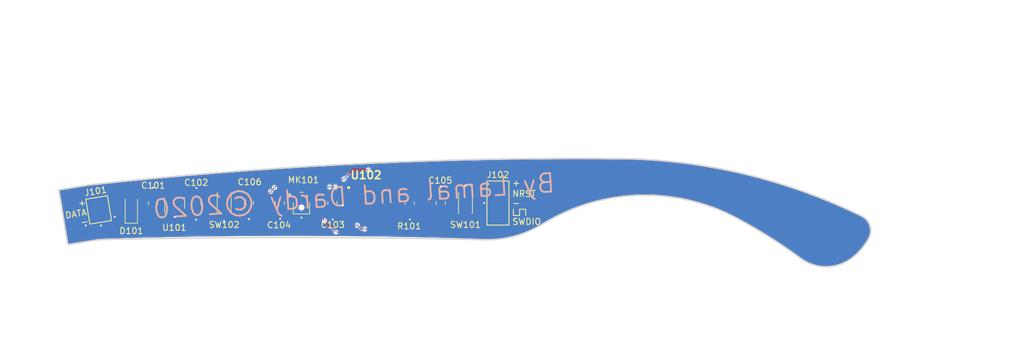
<source format=kicad_pcb>
(kicad_pcb (version 20221018) (generator pcbnew)
  (layers (0 "F.Cu" signal) (31 "B.Cu" signal) (34 "B.Paste" user) (35 "F.Paste" user) (36 "B.SilkS" user "B.Silkscreen") (37 "F.SilkS" user "F.Silkscreen") (38 "B.Mask" user) (39 "F.Mask" user) (44 "Edge.Cuts" user))
  (net 0 "")
  (net 1 "/SWCLK")
  (net 2 "GND")
  (net 3 "Net-(C101-Pad2)")
  (net 4 "+3.3V")
  (net 5 "Net-(D101-Pad2)")
  (net 6 "/NRST")
  (net 7 "/LED_DATA")
  (net 8 "/MIC_CLK")
  (net 9 "/MIC_MISO")
  (net 10 "/SWDIO")
  (net 11 "Net-(C106-Pad1)")
  (footprint "Resistor_SMD:R_0805_2012Metric_Pad1.20x1.40mm_HandSolder" (layer "F.Cu") (at 137 92 -90)
    (fp_text reference "R101" (at 3.7326 0.094) (layer "F.SilkS"))
    (fp_text value "100k, 1/16W")
    (fp_line (start -0.227064 -0.735) (end 0.227064 -0.735) (stroke (width 0.12)) (layer "F.SilkS"))
    (fp_line (start -0.227064 0.735) (end 0.227064 0.735) (stroke (width 0.12)) (layer "F.SilkS"))
    (pad "1" smd roundrect (at -1 0 270) (size 1.2 1.4) (layers "F.Cu" "F.Paste" "F.Mask") (roundrect_rratio 0.208333) (net 1 "/SWCLK"))
    (pad "2" smd roundrect (at 1 0 270) (size 1.2 1.4) (layers "F.Cu" "F.Paste" "F.Mask") (roundrect_rratio 0.208333) (net 2 "GND"))
  )
  (footprint "Package_TO_SOT_SMD:SOT-23-5_HandSoldering" (layer "F.Cu") (at 99 92 90)
    (fp_text reference "U101" (at -3.9612 -0.0416 180) (layer "F.SilkS"))
    (fp_text value "MIC5504-3.3YM5")
    (fp_line (start -0.9 1.61) (end 0.9 1.61) (stroke (width 0.12)) (layer "F.SilkS"))
    (fp_line (start 0.9 -1.61) (end -1.55 -1.61) (stroke (width 0.12)) (layer "F.SilkS"))
    (pad "1" smd rect (at -1.35 -0.95 90) (size 1.56 0.65) (layers "F.Cu" "F.Paste" "F.Mask") (net 3 "Net-(C101-Pad2)"))
    (pad "2" smd rect (at -1.35 0 90) (size 1.56 0.65) (layers "F.Cu" "F.Paste" "F.Mask") (net 2 "GND"))
    (pad "3" smd rect (at -1.35 0.95 90) (size 1.56 0.65) (layers "F.Cu" "F.Paste" "F.Mask") (net 3 "Net-(C101-Pad2)"))
    (pad "4" smd rect (at 1.35 0.95 90) (size 1.56 0.65) (layers "F.Cu" "F.Paste" "F.Mask"))
    (pad "5" smd rect (at 1.35 -0.95 90) (size 1.56 0.65) (layers "F.Cu" "F.Paste" "F.Mask") (net 4 "+3.3V"))
  )
  (footprint "Diode_SMD:D_SOD-123" (layer "F.Cu") (at 92 93 90)
    (fp_text reference "D101" (at -3.5 0 180) (layer "F.SilkS"))
    (fp_text value "MBR0520LT1G")
    (fp_line (start -2.25 -1) (end -2.25 1) (stroke (width 0.12)) (layer "F.SilkS"))
    (fp_line (start -2.25 -1) (end 1.65 -1) (stroke (width 0.12)) (layer "F.SilkS"))
    (fp_line (start -2.25 1) (end 1.65 1) (stroke (width 0.12)) (layer "F.SilkS"))
    (pad "1" smd rect (at -1.65 0 90) (size 0.9 1.2) (layers "F.Cu" "F.Paste" "F.Mask") (net 3 "Net-(C101-Pad2)"))
    (pad "2" smd rect (at 1.65 0 90) (size 0.9 1.2) (layers "F.Cu" "F.Paste" "F.Mask") (net 5 "Net-(D101-Pad2)"))
  )
  (footprint "Capacitor_SMD:C_0805_2012Metric_Pad1.18x1.45mm_HandSolder" (layer "F.Cu") (at 102.5 92 90)
    (fp_text reference "C102" (at 3.3032 -0.011 180) (layer "F.SilkS"))
    (fp_text value "4u7, 25V")
    (fp_line (start -0.261252 -0.735) (end 0.261252 -0.735) (stroke (width 0.12)) (layer "F.SilkS"))
    (fp_line (start -0.261252 0.735) (end 0.261252 0.735) (stroke (width 0.12)) (layer "F.SilkS"))
    (pad "1" smd roundrect (at -1.0375 0 90) (size 1.175 1.45) (layers "F.Cu" "F.Paste" "F.Mask") (roundrect_rratio 0.212766) (net 2 "GND"))
    (pad "2" smd roundrect (at 1.0375 0 90) (size 1.175 1.45) (layers "F.Cu" "F.Paste" "F.Mask") (roundrect_rratio 0.212766) (net 4 "+3.3V"))
  )
  (footprint "Capacitor_SMD:C_0805_2012Metric_Pad1.18x1.45mm_HandSolder" (layer "F.Cu") (at 124.5 92 90)
    (fp_text reference "C103" (at -3.504 0.0616 180) (layer "F.SilkS"))
    (fp_text value "100n, 25V")
    (fp_line (start -0.261252 -0.735) (end 0.261252 -0.735) (stroke (width 0.12)) (layer "F.SilkS"))
    (fp_line (start -0.261252 0.735) (end 0.261252 0.735) (stroke (width 0.12)) (layer "F.SilkS"))
    (pad "1" smd roundrect (at -1.0375 0 90) (size 1.175 1.45) (layers "F.Cu" "F.Paste" "F.Mask") (roundrect_rratio 0.212766) (net 2 "GND"))
    (pad "2" smd roundrect (at 1.0375 0 90) (size 1.175 1.45) (layers "F.Cu" "F.Paste" "F.Mask") (roundrect_rratio 0.212766) (net 4 "+3.3V"))
  )
  (footprint "Capacitor_SMD:C_0805_2012Metric_Pad1.18x1.45mm_HandSolder" (layer "F.Cu") (at 116 92 -90)
    (fp_text reference "C104" (at 3.5548 0.1252) (layer "F.SilkS"))
    (fp_text value "100n, 25V")
    (fp_line (start -0.261252 -0.735) (end 0.261252 -0.735) (stroke (width 0.12)) (layer "F.SilkS"))
    (fp_line (start -0.261252 0.735) (end 0.261252 0.735) (stroke (width 0.12)) (layer "F.SilkS"))
    (pad "1" smd roundrect (at -1.0375 0 270) (size 1.175 1.45) (layers "F.Cu" "F.Paste" "F.Mask") (roundrect_rratio 0.212766) (net 4 "+3.3V"))
    (pad "2" smd roundrect (at 1.0375 0 270) (size 1.175 1.45) (layers "F.Cu" "F.Paste" "F.Mask") (roundrect_rratio 0.212766) (net 2 "GND"))
  )
  (footprint "Capacitor_SMD:C_0805_2012Metric_Pad1.18x1.45mm_HandSolder" (layer "F.Cu") (at 142 92 90)
    (fp_text reference "C105" (at 3.6588 -0.0648 180) (layer "F.SilkS"))
    (fp_text value "100n, 25V")
    (fp_line (start -0.261252 -0.735) (end 0.261252 -0.735) (stroke (width 0.12)) (layer "F.SilkS"))
    (fp_line (start -0.261252 0.735) (end 0.261252 0.735) (stroke (width 0.12)) (layer "F.SilkS"))
    (pad "1" smd roundrect (at -1.0375 0 90) (size 1.175 1.45) (layers "F.Cu" "F.Paste" "F.Mask") (roundrect_rratio 0.212766) (net 6 "/NRST"))
    (pad "2" smd roundrect (at 1.0375 0 90) (size 1.175 1.45) (layers "F.Cu" "F.Paste" "F.Mask") (roundrect_rratio 0.212766) (net 2 "GND"))
  )
  (footprint "rave_shades:QFN50P500X500X60-33N-D" (layer "F.Cu") (at 130 92)
    (fp_text reference "U102" (at -0.0536 -4.5224) (layer "F.SilkS") (effects (font (size 1.27 1.27) (thickness 0.254))))
    (fp_text value "STM32G071KBU6" hide)
    (fp_circle (center -2.875 -2.5) (end -2.875 -2.375) (stroke (width 0.25)) (fill none) (layer "F.SilkS"))
    (pad "1" smd rect (at -2.45 -1.75 90) (size 0.25 0.85) (layers "F.Cu" "F.Paste" "F.Mask") (net 11 "Net-(C106-Pad1)"))
    (pad "2" smd rect (at -2.45 -1.25 90) (size 0.25 0.85) (layers "F.Cu" "F.Paste" "F.Mask"))
    (pad "3" smd rect (at -2.45 -0.75 90) (size 0.25 0.85) (layers "F.Cu" "F.Paste" "F.Mask"))
    (pad "4" smd rect (at -2.45 -0.25 90) (size 0.25 0.85) (layers "F.Cu" "F.Paste" "F.Mask") (net 4 "+3.3V"))
    (pad "5" smd rect (at -2.45 0.25 90) (size 0.25 0.85) (layers "F.Cu" "F.Paste" "F.Mask") (net 2 "GND"))
    (pad "6" smd rect (at -2.45 0.75 90) (size 0.25 0.85) (layers "F.Cu" "F.Paste" "F.Mask") (net 6 "/NRST"))
    (pad "7" smd rect (at -2.45 1.25 90) (size 0.25 0.85) (layers "F.Cu" "F.Paste" "F.Mask"))
    (pad "8" smd rect (at -2.45 1.75 90) (size 0.25 0.85) (layers "F.Cu" "F.Paste" "F.Mask"))
    (pad "9" smd rect (at -1.75 2.45) (size 0.25 0.85) (layers "F.Cu" "F.Paste" "F.Mask"))
    (pad "10" smd rect (at -1.25 2.45) (size 0.25 0.85) (layers "F.Cu" "F.Paste" "F.Mask"))
    (pad "11" smd rect (at -0.75 2.45) (size 0.25 0.85) (layers "F.Cu" "F.Paste" "F.Mask"))
    (pad "12" smd rect (at -0.25 2.45) (size 0.25 0.85) (layers "F.Cu" "F.Paste" "F.Mask") (net 8 "/MIC_CLK"))
    (pad "13" smd rect (at 0.25 2.45) (size 0.25 0.85) (layers "F.Cu" "F.Paste" "F.Mask") (net 9 "/MIC_MISO"))
    (pad "14" smd rect (at 0.75 2.45) (size 0.25 0.85) (layers "F.Cu" "F.Paste" "F.Mask"))
    (pad "15" smd rect (at 1.25 2.45) (size 0.25 0.85) (layers "F.Cu" "F.Paste" "F.Mask"))
    (pad "16" smd rect (at 1.75 2.45) (size 0.25 0.85) (layers "F.Cu" "F.Paste" "F.Mask"))
    (pad "17" smd rect (at 2.45 1.75 90) (size 0.25 0.85) (layers "F.Cu" "F.Paste" "F.Mask"))
    (pad "18" smd rect (at 2.45 1.25 90) (size 0.25 0.85) (layers "F.Cu" "F.Paste" "F.Mask"))
    (pad "19" smd rect (at 2.45 0.75 90) (size 0.25 0.85) (layers "F.Cu" "F.Paste" "F.Mask"))
    (pad "20" smd rect (at 2.45 0.25 90) (size 0.25 0.85) (layers "F.Cu" "F.Paste" "F.Mask"))
    (pad "21" smd rect (at 2.45 -0.25 90) (size 0.25 0.85) (layers "F.Cu" "F.Paste" "F.Mask"))
    (pad "22" smd rect (at 2.45 -0.75 90) (size 0.25 0.85) (layers "F.Cu" "F.Paste" "F.Mask"))
    (pad "23" smd rect (at 2.45 -1.25 90) (size 0.25 0.85) (layers "F.Cu" "F.Paste" "F.Mask"))
    (pad "24" smd rect (at 2.45 -1.75 90) (size 0.25 0.85) (layers "F.Cu" "F.Paste" "F.Mask") (net 10 "/SWDIO"))
    (pad "25" smd rect (at 1.75 -2.45) (size 0.25 0.85) (layers "F.Cu" "F.Paste" "F.Mask") (net 1 "/SWCLK"))
    (pad "26" smd rect (at 1.25 -2.45) (size 0.25 0.85) (layers "F.Cu" "F.Paste" "F.Mask"))
    (pad "27" smd rect (at 0.75 -2.45) (size 0.25 0.85) (layers "F.Cu" "F.Paste" "F.Mask"))
    (pad "28" smd rect (at 0.25 -2.45) (size 0.25 0.85) (layers "F.Cu" "F.Paste" "F.Mask"))
    (pad "29" smd rect (at -0.25 -2.45) (size 0.25 0.85) (layers "F.Cu" "F.Paste" "F.Mask"))
    (pad "30" smd rect (at -0.75 -2.45) (size 0.25 0.85) (layers "F.Cu" "F.Paste" "F.Mask"))
    (pad "31" smd rect (at -1.25 -2.45) (size 0.25 0.85) (layers "F.Cu" "F.Paste" "F.Mask") (net 7 "/LED_DATA"))
    (pad "32" smd rect (at -1.75 -2.45) (size 0.25 0.85) (layers "F.Cu" "F.Paste" "F.Mask"))
    (pad "33" smd rect (at 0 0) (size 3.6 3.6) (layers "F.Cu" "F.Paste" "F.Mask") (net 2 "GND"))
  )
  (footprint "Capacitor_SMD:C_0805_2012Metric_Pad1.18x1.45mm_HandSolder" (layer "F.Cu") (at 95.5 92 -90)
    (fp_text reference "C101" (at -2.846 -0.0294) (layer "F.SilkS"))
    (fp_text value "4u7, 25V")
    (fp_line (start -0.261252 -0.735) (end 0.261252 -0.735) (stroke (width 0.12)) (layer "F.SilkS"))
    (fp_line (start -0.261252 0.735) (end 0.261252 0.735) (stroke (width 0.12)) (layer "F.SilkS"))
    (pad "1" smd roundrect (at -1.0375 0 270) (size 1.175 1.45) (layers "F.Cu" "F.Paste" "F.Mask") (roundrect_rratio 0.212766) (net 2 "GND"))
    (pad "2" smd roundrect (at 1.0375 0 270) (size 1.175 1.45) (layers "F.Cu" "F.Paste" "F.Mask") (roundrect_rratio 0.212766) (net 3 "Net-(C101-Pad2)"))
  )
  (footprint "Button_Switch_SMD:SW_SPST_CK_KXT3" (layer "F.Cu") (at 146 92 -90)
    (fp_text reference "SW101" (at 3.5 0) (layer "F.SilkS"))
    (fp_text value "Push Button")
    (fp_line (start -1.62 -1.12) (end -1.62 -1.02) (stroke (width 0.12)) (layer "F.SilkS"))
    (fp_line (start -1.62 -1.12) (end 1.62 -1.12) (stroke (width 0.12)) (layer "F.SilkS"))
    (fp_line (start -1.62 1.02) (end -1.62 1.12) (stroke (width 0.12)) (layer "F.SilkS"))
    (fp_line (start -1.62 1.12) (end 1.62 1.12) (stroke (width 0.12)) (layer "F.SilkS"))
    (fp_line (start 1.62 -1.12) (end 1.62 -1.02) (stroke (width 0.12)) (layer "F.SilkS"))
    (fp_line (start 1.62 1.02) (end 1.62 1.12) (stroke (width 0.12)) (layer "F.SilkS"))
    (pad "1" smd rect (at -1.625 0 270) (size 0.55 1.5) (layers "F.Cu" "F.Paste" "F.Mask") (net 2 "GND"))
    (pad "2" smd rect (at 1.625 0 270) (size 0.55 1.5) (layers "F.Cu" "F.Paste" "F.Mask") (net 6 "/NRST"))
  )
  (footprint "Capacitor_SMD:C_0805_2012Metric_Pad1.18x1.45mm_HandSolder" (layer "F.Cu") (at 111 92 -90)
    (fp_text reference "C106" (at -3.4048 -0.125) (layer "F.SilkS"))
    (fp_text value "100n, 25V")
    (fp_line (start -0.261252 -0.735) (end 0.261252 -0.735) (stroke (width 0.12)) (layer "F.SilkS"))
    (fp_line (start -0.261252 0.735) (end 0.261252 0.735) (stroke (width 0.12)) (layer "F.SilkS"))
    (pad "1" smd roundrect (at -1.0375 0 270) (size 1.175 1.45) (layers "F.Cu" "F.Paste" "F.Mask") (roundrect_rratio 0.212766) (net 11 "Net-(C106-Pad1)"))
    (pad "2" smd roundrect (at 1.0375 0 270) (size 1.175 1.45) (layers "F.Cu" "F.Paste" "F.Mask") (roundrect_rratio 0.212766) (net 2 "GND"))
  )
  (footprint "Button_Switch_SMD:SW_SPST_CK_KXT3" (layer "F.Cu") (at 107 92 90)
    (fp_text reference "SW102" (at -3.5 0 180) (layer "F.SilkS"))
    (fp_text value "Push Button")
    (fp_line (start -1.62 -1.12) (end -1.62 -1.02) (stroke (width 0.12)) (layer "F.SilkS"))
    (fp_line (start -1.62 -1.12) (end 1.62 -1.12) (stroke (width 0.12)) (layer "F.SilkS"))
    (fp_line (start -1.62 1.02) (end -1.62 1.12) (stroke (width 0.12)) (layer "F.SilkS"))
    (fp_line (start -1.62 1.12) (end 1.62 1.12) (stroke (width 0.12)) (layer "F.SilkS"))
    (fp_line (start 1.62 -1.12) (end 1.62 -1.02) (stroke (width 0.12)) (layer "F.SilkS"))
    (fp_line (start 1.62 1.02) (end 1.62 1.12) (stroke (width 0.12)) (layer "F.SilkS"))
    (pad "1" smd rect (at -1.625 0 90) (size 0.55 1.5) (layers "F.Cu" "F.Paste" "F.Mask") (net 2 "GND"))
    (pad "2" smd rect (at 1.625 0 90) (size 0.55 1.5) (layers "F.Cu" "F.Paste" "F.Mask") (net 11 "Net-(C106-Pad1)"))
  )
  (footprint "rave_shades:MIC_SPH0641LM4H-1" (layer "F.Cu") (at 119.5 92)
    (fp_text reference "MK101" (at 0.3118 -3.735) (layer "F.SilkS"))
    (fp_text value "SPH0641LM4H-1")
    (fp_circle (center 0 0.71) (end 0.6625 0.71) (stroke (width 0.3)) (fill none) (layer "F.Cu"))
    (fp_line (start -1.325 -0.05) (end -1.325 1.75) (stroke (width 0.127)) (layer "F.SilkS"))
    (fp_line (start -1.325 1.75) (end 1.325 1.75) (stroke (width 0.127)) (layer "F.SilkS"))
    (fp_line (start 0.3 -1.75) (end -0.3 -1.75) (stroke (width 0.127)) (layer "F.SilkS"))
    (fp_line (start 1.325 1.75) (end 1.325 -0.05) (stroke (width 0.127)) (layer "F.SilkS"))
    (fp_circle (center -1.9 -1.377) (end -1.8 -1.377) (stroke (width 0.2)) (fill none) (layer "F.SilkS"))
    (pad "" np_thru_hole circle (at 0 0.71) (size 0.5 0.5) (drill 0.5) (layers "*.Cu" "*.Mask"))
    (pad "1" smd rect (at -0.8375 -1.364) (size 0.725 0.522) (layers "F.Cu" "F.Paste" "F.Mask") (net 9 "/MIC_MISO"))
    (pad "2" smd rect (at -0.8375 -0.542) (size 0.725 0.522) (layers "F.Cu" "F.Paste" "F.Mask") (net 4 "+3.3V"))
    (pad "3" smd rect (at -0.6575 0.715) (size 0.1 0.1) (layers "F.Cu") (net 2 "GND"))
    (pad "4" smd rect (at 0.8375 -0.542) (size 0.725 0.522) (layers "F.Cu" "F.Paste" "F.Mask") (net 8 "/MIC_CLK"))
    (pad "5" smd rect (at 0.8375 -1.364) (size 0.725 0.522) (layers "F.Cu" "F.Paste" "F.Mask") (net 4 "+3.3V"))
  )
  (footprint "rave_shades:PinHeader_1x05_P1.00mm_Vertical_SMD_Pin1Left_CUSTOM" (layer "F.Cu") (at 151.25 90.984)
    (fp_text reference "J102" (at 0 -3.556) (layer "F.SilkS"))
    (fp_text value "SWD")
    (fp_line (start -1.778 -2.54) (end -1.778 4.572) (stroke (width 0.15)) (layer "F.SilkS"))
    (fp_line (start -1.778 4.572) (end 1.778 4.572) (stroke (width 0.15)) (layer "F.SilkS"))
    (fp_line (start 1.778 -2.54) (end -1.778 -2.54) (stroke (width 0.15)) (layer "F.SilkS"))
    (fp_line (start 1.778 4.572) (end 1.778 -2.54) (stroke (width 0.15)) (layer "F.SilkS"))
    (pad "1" smd rect (at 0 -2.032) (size 3 0.6) (layers "F.Cu" "F.Paste" "F.Mask") (net 4 "+3.3V"))
    (pad "2" smd rect (at 0 -0.508) (size 3 0.6) (layers "F.Cu" "F.Paste" "F.Mask") (net 6 "/NRST"))
    (pad "3" smd rect (at 0 1.016) (size 3 0.6) (layers "F.Cu" "F.Paste" "F.Mask") (net 2 "GND"))
    (pad "4" smd rect (at 0 2.54) (size 3 0.6) (layers "F.Cu" "F.Paste" "F.Mask") (net 1 "/SWCLK"))
    (pad "5" smd rect (at 0 4.064) (size 3 0.6) (layers "F.Cu" "F.Paste" "F.Mask") (net 10 "/SWDIO"))
  )
  (footprint "rave_shades:PinHeader_1x03_P1.00mm_Vertical_SMD_Pin1Left_CUSTOM" (layer "F.Cu") (at 86.8 93.6 9.25)
    (fp_text reference "J101" (at 0 -3.556 9.25) (layer "F.SilkS"))
    (fp_text value "Front Connector")
    (fp_line (start -1.778 -2.54) (end -1.778 1.524) (stroke (width 0.15)) (layer "F.SilkS"))
    (fp_line (start -1.778 1.524) (end 1.778 1.524) (stroke (width 0.15)) (layer "F.SilkS"))
    (fp_line (start 1.778 -2.54) (end -1.778 -2.54) (stroke (width 0.15)) (layer "F.SilkS"))
    (fp_line (start 1.778 1.524) (end 1.778 -2.54) (stroke (width 0.15)) (layer "F.SilkS"))
    (pad "1" smd rect (at 0 -2.032 9.25) (size 3 0.6) (layers "F.Cu" "F.Paste" "F.Mask") (net 5 "Net-(D101-Pad2)"))
    (pad "2" smd rect (at 0 -0.508 9.25) (size 3 0.6) (layers "F.Cu" "F.Paste" "F.Mask") (net 7 "/LED_DATA"))
    (pad "3" smd rect (at 0 1.016 9.25) (size 3 0.6) (layers "F.Cu" "F.Paste" "F.Mask") (net 2 "GND"))
  )
  (gr_line (start 153.75 94) (end 154.75 94) (stroke (width 0.15)) (layer "F.SilkS"))
  (gr_line (start 153.75 93) (end 153.75 94) (stroke (width 0.15)) (layer "F.SilkS"))
  (gr_line (start 155.75 93) (end 155.75 94) (stroke (width 0.15)) (layer "F.SilkS"))
  (gr_line (start 154.75 93) (end 155.75 93) (stroke (width 0.15)) (layer "F.SilkS"))
  (gr_line (start 154.75 94) (end 154.75 93) (stroke (width 0.15)) (layer "F.SilkS"))
  (gr_arc (start 208.851097 100.601992) (mid 204.573679 102.301569) (end 200.172035 100.956062) (stroke (width 0.2)) (layer "Edge.Cuts"))
  (gr_arc (start 189.793892 94.427945) (mid 195.101515 97.503534) (end 200.172035 100.956062) (stroke (width 0.2)) (layer "Edge.Cuts"))
  (gr_arc (start 211.173549 97.760534) (mid 210.133322 99.280163) (end 208.851095 100.601995) (stroke (width 0.2)) (layer "Edge.Cuts"))
  (gr_line (start 81.716272 98.733022) (end 86.705994 97.92287) (stroke (width 0.2)) (layer "Edge.Cuts"))
  (gr_arc (start 171.953153 84.817105) (mid 191.494793 87.376657) (end 210.031201 94.072074) (stroke (width 0.2)) (layer "Edge.Cuts"))
  (gr_arc (start 85.258003 89.038827) (mid 128.542839 85.639602) (end 171.953151 84.817106) (stroke (width 0.2)) (layer "Edge.Cuts"))
  (gr_line (start 80.27165 89.84972) (end 81.716272 98.733022) (stroke (width 0.2)) (layer "Edge.Cuts"))
  (gr_arc (start 158.475059 95.411837) (mid 153.985544 97.351322) (end 149.130166 97.936693) (stroke (width 0.2)) (layer "Edge.Cuts"))
  (gr_arc (start 211.483 96.025455) (mid 211.476662 96.919458) (end 211.17355 97.760532) (stroke (width 0.2)) (layer "Edge.Cuts"))
  (gr_arc (start 210.0312 94.072075) (mid 210.994474 94.872344) (end 211.482998 96.025458) (stroke (width 0.2)) (layer "Edge.Cuts"))
  (gr_line (start 85.258002 89.038827) (end 80.27165 89.84972) (stroke (width 0.2)) (layer "Edge.Cuts"))
  (gr_arc (start 86.705994 97.92287) (mid 117.918162 97.559917) (end 149.130166 97.936693) (stroke (width 0.2)) (layer "Edge.Cuts"))
  (gr_arc (start 158.47506 95.411842) (mid 174.00353 90.751763) (end 189.793887 94.427946) (stroke (width 0.2)) (layer "Edge.Cuts"))
  (gr_text "By Lamal and Dardy ©2020" (at 127.975 90.875 3.8) (layer "B.SilkS") (effects (font (size 3 3) (thickness 0.3)) (justify mirror)))
  (gr_text "SWDIO" (at 153.5 95) (layer "F.SilkS") (effects (font (size 1 1)) (justify left)))
  (gr_text "DATA" (at 84.875 93.45 9.2) (layer "F.SilkS") (effects (font (size 1 1)) (justify right)))
  (gr_text "+" (at 84.75 91.85 9.2) (layer "F.SilkS") (effects (font (size 1 1)) (justify right)))
  (gr_text "-" (at 85.15 94.9 9.2) (layer "F.SilkS") (effects (font (size 1 1)) (justify right)))
  (gr_text "-" (at 153.5 92) (layer "F.SilkS") (effects (font (size 1 1)) (justify left)))
  (gr_text "+" (at 153.5 88.75) (layer "F.SilkS") (effects (font (size 1 1)) (justify left)))
  (gr_text "NRST" (at 153.5 90.5) (layer "F.SilkS") (effects (font (size 1 1)) (justify left)))
  (segment (start 149.3 93.5) (end 151.25 93.5) (width 0.15) (layer "F.Cu") (net 1))
  (segment (start 147.274999 88.149999) (end 148.6 89.475) (width 0.15) (layer "F.Cu") (net 1))
  (segment (start 138.575 90.975) (end 141.400001 88.149999) (width 0.15) (layer "F.Cu") (net 1))
  (segment (start 133.1 88.175) (end 135.9 90.975) (width 0.15) (layer "F.Cu") (net 1))
  (segment (start 148.6 89.475) (end 148.6 92.8) (width 0.15) (layer "F.Cu") (net 1))
  (segment (start 141.400001 88.149999) (end 147.274999 88.149999) (width 0.15) (layer "F.Cu") (net 1))
  (segment (start 135.9 90.975) (end 137 90.975) (width 0.15) (layer "F.Cu") (net 1))
  (segment (start 148.6 92.8) (end 149.3 93.5) (width 0.15) (layer "F.Cu") (net 1))
  (segment (start 131.75 88.675) (end 132.25 88.175) (width 0.15) (layer "F.Cu") (net 1))
  (segment (start 132.25 88.175) (end 133.1 88.175) (width 0.15) (layer "F.Cu") (net 1))
  (segment (start 131.75 89.55) (end 131.75 88.675) (width 0.15) (layer "F.Cu") (net 1))
  (segment (start 137 90.975) (end 138.575 90.975) (width 0.15) (layer "F.Cu") (net 1))
  (segment (start 119.5 93.375) (end 119.5 94.35) (width 0.2) (layer "F.Cu") (net 2))
  (segment (start 120.175 92.7) (end 121.35 92.7) (width 0.2) (layer "F.Cu") (net 2))
  (segment (start 118.8425 92.715) (end 117.665 92.715) (width 0.2) (layer "F.Cu") (net 2))
  (segment (start 127.55 92.25) (end 128.525 92.25) (width 0.25) (layer "F.Cu") (net 2))
  (segment (start 99 93.1) (end 99 94.25) (width 0.25) (layer "F.Cu") (net 2))
  (via (at 89.3 94.225) (size 0.45) (drill 0.3) (layers "F.Cu" "B.Cu") (net 2))
  (via (at 95.525 89.5) (size 0.45) (drill 0.3) (layers "F.Cu" "B.Cu") (net 2))
  (via (at 126.15 92.35) (size 0.45) (drill 0.3) (layers "F.Cu" "B.Cu") (net 2))
  (via (at 149.05001 91.975) (size 0.45) (drill 0.3) (layers "F.Cu" "B.Cu") (net 2))
  (via (at 119.5 94.35) (size 0.45) (drill 0.3) (layers "F.Cu" "B.Cu") (net 2))
  (via (at 111 94.575) (size 0.45) (drill 0.3) (layers "F.Cu" "B.Cu") (net 2))
  (via (at 84.625 95.625) (size 0.45) (drill 0.3) (layers "F.Cu" "B.Cu") (net 2))
  (via (at 124.55 94.65) (size 0.45) (drill 0.3) (layers "F.Cu" "B.Cu") (net 2))
  (via (at 116.05 94.525) (size 0.45) (drill 0.3) (layers "F.Cu" "B.Cu") (net 2))
  (via (at 142 89.3) (size 0.45) (drill 0.3) (layers "F.Cu" "B.Cu") (net 2))
  (via (at 137.025 94.65) (size 0.45) (drill 0.3) (layers "F.Cu" "B.Cu") (net 2))
  (via (at 102.525 89.55) (size 0.45) (drill 0.3) (layers "F.Cu" "B.Cu") (net 2))
  (via (at 87.1 95.625) (size 0.45) (drill 0.3) (layers "F.Cu" "B.Cu") (net 2))
  (via (at 106.975 94.875) (size 0.45) (drill 0.3) (layers "F.Cu" "B.Cu") (net 2))
  (via (at 99 94.25) (size 0.45) (drill 0.3) (layers "F.Cu" "B.Cu") (net 2))
  (via (at 102.475 94.675) (size 0.45) (drill 0.3) (layers "F.Cu" "B.Cu") (net 2))
  (via (at 146 89.175) (size 0.45) (drill 0.3) (layers "F.Cu" "B.Cu") (net 2))
  (segment (start 92 94.65) (end 93.875 94.65) (width 0.15) (layer "F.Cu") (net 3))
  (segment (start 99.95 92.42) (end 99.95 93.1) (width 0.15) (layer "F.Cu") (net 3))
  (segment (start 95.575 93.1) (end 98.05 93.1) (width 0.15) (layer "F.Cu") (net 3))
  (segment (start 98.05 93.1) (end 98.05 92.42) (width 0.15) (layer "F.Cu") (net 3))
  (segment (start 99.43 91.9) (end 99.95 92.42) (width 0.15) (layer "F.Cu") (net 3))
  (segment (start 98.57 91.9) (end 99.43 91.9) (width 0.15) (layer "F.Cu") (net 3))
  (segment (start 93.875 94.65) (end 95.5 93.025) (width 0.15) (layer "F.Cu") (net 3))
  (segment (start 98.05 92.42) (end 98.57 91.9) (width 0.15) (layer "F.Cu") (net 3))
  (segment (start 116 90.975) (end 116.8 90.975) (width 0.15) (layer "F.Cu") (net 4))
  (segment (start 98.05 90.12) (end 98.595 89.575) (width 0.15) (layer "F.Cu") (net 4))
  (segment (start 101.1 89.575) (end 102.5 90.975) (width 0.15) (layer "F.Cu") (net 4))
  (segment (start 104.24999 89.22501) (end 114.25001 89.22501) (width 0.15) (layer "F.Cu") (net 4))
  (segment (start 130.3 86.65) (end 147.125 86.65) (width 0.15) (layer "F.Cu") (net 4))
  (segment (start 119.308998 91.458) (end 120.130998 90.636) (width 0.15) (layer "F.Cu") (net 4))
  (segment (start 117.283 91.458) (end 118.6625 91.458) (width 0.15) (layer "F.Cu") (net 4))
  (segment (start 124.5 90.975) (end 124.5 88.906802) (width 0.15) (layer "F.Cu") (net 4))
  (segment (start 124.5 88.906802) (end 123.718198 88.125) (width 0.15) (layer "F.Cu") (net 4))
  (segment (start 125.275 91.75) (end 127.55 91.75) (width 0.15) (layer "F.Cu") (net 4))
  (segment (start 151.25 88.95) (end 149.425 88.95) (width 0.15) (layer "F.Cu") (net 4))
  (segment (start 114.25001 89.22501) (end 116 90.975) (width 0.15) (layer "F.Cu") (net 4))
  (segment (start 102.5 90.975) (end 104.24999 89.22501) (width 0.15) (layer "F.Cu") (net 4))
  (segment (start 149.425 88.95) (end 147.125 86.65) (width 0.15) (layer "F.Cu") (net 4))
  (segment (start 124.5 90.975) (end 125.275 91.75) (width 0.15) (layer "F.Cu") (net 4))
  (segment (start 114.25001 89.22501) (end 115.35002 88.125) (width 0.15) (layer "F.Cu") (net 4))
  (segment (start 116.8 90.975) (end 117.283 91.458) (width 0.15) (layer "F.Cu") (net 4))
  (segment (start 115.35002 88.125) (end 126.35 88.125) (width 0.15) (layer "F.Cu") (net 4))
  (segment (start 98.595 89.575) (end 101.1 89.575) (width 0.15) (layer "F.Cu") (net 4))
  (segment (start 118.6625 91.458) (end 119.308998 91.458) (width 0.15) (layer "F.Cu") (net 4))
  (via (at 126.35 88.125) (size 0.45) (drill 0.3) (layers "F.Cu" "B.Cu") (net 4))
  (via (at 130.3 86.65) (size 0.45) (drill 0.3) (layers "F.Cu" "B.Cu") (net 4))
  (segment (start 126.35 88.125) (end 127.825 86.65) (width 0.15) (layer "B.Cu") (net 4))
  (segment (start 130.3 86.65) (end 127.825 86.65) (width 0.15) (layer "B.Cu") (net 4))
  (segment (start 92 91.35) (end 87.225 91.35) (width 0.15) (layer "F.Cu") (net 5))
  (segment (start 144.2 93.625) (end 146 93.625) (width 0.15) (layer "F.Cu") (net 6))
  (segment (start 128.531801 95.606801) (end 126.706801 95.606801) (width 0.15) (layer "F.Cu") (net 6))
  (segment (start 152.825 96.65) (end 149.925 96.65) (width 0.15) (layer "F.Cu") (net 6))
  (segment (start 153.975 95.5) (end 152.825 96.65) (width 0.15) (layer "F.Cu") (net 6))
  (segment (start 140.925 93.025) (end 137.744301 96.205699) (width 0.15) (layer "F.Cu") (net 6))
  (segment (start 126.075 93.47) (end 126.795 92.75) (width 0.15) (layer "F.Cu") (net 6))
  (segment (start 151.25 90.476) (end 152.9 90.476) (width 0.15) (layer "F.Cu") (net 6))
  (segment (start 149.925 96.65) (end 146.9 93.625) (width 0.15) (layer "F.Cu") (net 6))
  (segment (start 126.795 92.75) (end 127.55 92.75) (width 0.15) (layer "F.Cu") (net 6))
  (segment (start 126.706801 95.606801) (end 126.075 94.975) (width 0.15) (layer "F.Cu") (net 6))
  (segment (start 152.9 90.476) (end 153.975 91.551) (width 0.15) (layer "F.Cu") (net 6))
  (segment (start 142 93.025) (end 140.925 93.025) (width 0.15) (layer "F.Cu") (net 6))
  (segment (start 143.6 93.025) (end 144.2 93.625) (width 0.15) (layer "F.Cu") (net 6))
  (segment (start 137.744301 96.205699) (end 129.705699 96.205699) (width 0.15) (layer "F.Cu") (net 6))
  (segment (start 126.075 94.975) (end 126.075 93.47) (width 0.15) (layer "F.Cu") (net 6))
  (segment (start 153.975 91.551) (end 153.975 95.5) (width 0.15) (layer "F.Cu") (net 6))
  (segment (start 142 93.025) (end 143.6 93.025) (width 0.15) (layer "F.Cu") (net 6))
  (segment (start 146.9 93.625) (end 146 93.625) (width 0.15) (layer "F.Cu") (net 6))
  (via (at 128.531801 95.606801) (size 0.45) (drill 0.3) (layers "F.Cu" "B.Cu") (net 6))
  (via (at 129.705699 96.205699) (size 0.45) (drill 0.3) (layers "F.Cu" "B.Cu") (net 6))
  (segment (start 129.705699 96.205699) (end 129.130699 96.205699) (width 0.15) (layer "B.Cu") (net 6))
  (segment (start 129.130699 96.205699) (end 128.531801 95.606801) (width 0.15) (layer "B.Cu") (net 6))
  (segment (start 93.725 89.975) (end 94.825 88.875) (width 0.15) (layer "F.Cu") (net 7))
  (segment (start 115.45 87.4) (end 127.175 87.4) (width 0.15) (layer "F.Cu") (net 7))
  (segment (start 93.725 92.35) (end 93.725 89.975) (width 0.15) (layer "F.Cu") (net 7))
  (segment (start 113.975 88.875) (end 115.45 87.4) (width 0.15) (layer "F.Cu") (net 7))
  (segment (start 128.75 88.975) (end 128.75 89.55) (width 0.15) (layer "F.Cu") (net 7))
  (segment (start 127.175 87.4) (end 128.75 88.975) (width 0.15) (layer "F.Cu") (net 7))
  (segment (start 93.15 92.925) (end 93.725 92.35) (width 0.15) (layer "F.Cu") (net 7))
  (segment (start 86.891949 92.925) (end 93.15 92.925) (width 0.15) (layer "F.Cu") (net 7))
  (segment (start 94.825 88.875) (end 113.975 88.875) (width 0.15) (layer "F.Cu") (net 7))
  (segment (start 128.525 96.25) (end 129.75 95.025) (width 0.15) (layer "F.Cu") (net 8))
  (segment (start 121.8 94.075) (end 123.975 96.25) (width 0.15) (layer "F.Cu") (net 8))
  (segment (start 129.75 95.025) (end 129.75 94.45) (width 0.15) (layer "F.Cu") (net 8))
  (segment (start 123.975 96.25) (end 128.525 96.25) (width 0.15) (layer "F.Cu") (net 8))
  (segment (start 120.3375 91.458) (end 121.358 91.458) (width 0.15) (layer "F.Cu") (net 8))
  (segment (start 121.358 91.458) (end 121.8 91.9) (width 0.15) (layer "F.Cu") (net 8))
  (segment (start 121.8 91.9) (end 121.8 94.075) (width 0.15) (layer "F.Cu") (net 8))
  (segment (start 118.6625 90.225) (end 119.4375 89.45) (width 0.15) (layer "F.Cu") (net 9))
  (segment (start 118.6625 90.636) (end 118.6625 90.225) (width 0.15) (layer "F.Cu") (net 9))
  (segment (start 122.10001 93.738612) (end 123.230699 94.869301) (width 0.15) (layer "F.Cu") (net 9))
  (segment (start 119.4375 89.45) (end 121.45 89.45) (width 0.15) (layer "F.Cu") (net 9))
  (segment (start 122.10001 90.10001) (end 122.10001 93.738612) (width 0.15) (layer "F.Cu") (net 9))
  (segment (start 128.575 96.7) (end 130.25 95.025) (width 0.15) (layer "F.Cu") (net 9))
  (segment (start 121.45 89.45) (end 122.10001 90.10001) (width 0.15) (layer "F.Cu") (net 9))
  (segment (start 130.25 95.025) (end 130.25 94.45) (width 0.15) (layer "F.Cu") (net 9))
  (segment (start 125.075 96.7) (end 128.575 96.7) (width 0.15) (layer "F.Cu") (net 9))
  (via (at 123.230699 94.869301) (size 0.45) (drill 0.3) (layers "F.Cu" "B.Cu") (net 9))
  (via (at 125.075 96.7) (size 0.45) (drill 0.3) (layers "F.Cu" "B.Cu") (net 9))
  (segment (start 125.061398 96.7) (end 125.075 96.7) (width 0.15) (layer "B.Cu") (net 9))
  (segment (start 123.230699 94.869301) (end 125.061398 96.7) (width 0.15) (layer "B.Cu") (net 9))
  (segment (start 148.299989 93.799989) (end 149.548 95.048) (width 0.15) (layer "F.Cu") (net 10))
  (segment (start 149.6 95.048) (end 151.25 95.048) (width 0.15) (layer "F.Cu") (net 10))
  (segment (start 132.45 90.25) (end 134.425722 90.25) (width 0.15) (layer "F.Cu") (net 10))
  (segment (start 147.150732 88.45001) (end 148.299989 89.599267) (width 0.15) (layer "F.Cu") (net 10))
  (segment (start 141.524268 88.45001) (end 147.150732 88.45001) (width 0.15) (layer "F.Cu") (net 10))
  (segment (start 136.075722 91.9) (end 138.074278 91.9) (width 0.15) (layer "F.Cu") (net 10))
  (segment (start 134.425722 90.25) (end 136.075722 91.9) (width 0.15) (layer "F.Cu") (net 10))
  (segment (start 148.299989 89.599267) (end 148.299989 93.799989) (width 0.15) (layer "F.Cu") (net 10))
  (segment (start 138.074278 91.9) (end 141.524268 88.45001) (width 0.15) (layer "F.Cu") (net 10))
  (segment (start 109.525 90.975) (end 108.925 90.375) (width 0.15) (layer "F.Cu") (net 11))
  (segment (start 122.525 89.4) (end 122.025 88.9) (width 0.15) (layer "F.Cu") (net 11))
  (segment (start 111 90.975) (end 109.525 90.975) (width 0.15) (layer "F.Cu") (net 11))
  (segment (start 125.549274 89.4) (end 124.95 89.4) (width 0.15) (layer "F.Cu") (net 11))
  (segment (start 113.65 90.975) (end 111 90.975) (width 0.15) (layer "F.Cu") (net 11))
  (segment (start 122.025 88.9) (end 115.725 88.9) (width 0.15) (layer "F.Cu") (net 11))
  (segment (start 124.05 89.4) (end 122.525 89.4) (width 0.15) (layer "F.Cu") (net 11))
  (segment (start 108.925 90.375) (end 107 90.375) (width 0.15) (layer "F.Cu") (net 11))
  (segment (start 126.399274 90.25) (end 127.55 90.25) (width 0.15) (layer "F.Cu") (net 11))
  (segment (start 115.725 88.9) (end 115.143199 89.481801) (width 0.15) (layer "F.Cu") (net 11))
  (segment (start 126.399274 90.25) (end 125.549274 89.4) (width 0.15) (layer "F.Cu") (net 11))
  (segment (start 114.506801 90.118199) (end 113.65 90.975) (width 0.15) (layer "F.Cu") (net 11))
  (via (at 124.05 89.4) (size 0.45) (drill 0.3) (layers "F.Cu" "B.Cu") (net 11))
  (via (at 115.143199 89.481801) (size 0.45) (drill 0.3) (layers "F.Cu" "B.Cu") (net 11))
  (via (at 124.95 89.4) (size 0.45) (drill 0.3) (layers "F.Cu" "B.Cu") (net 11))
  (via (at 114.506801 90.118199) (size 0.45) (drill 0.3) (layers "F.Cu" "B.Cu") (net 11))
  (segment (start 115.143199 89.481801) (end 114.506801 90.118199) (width 0.15) (layer "B.Cu") (net 11))
  (segment (start 124.95 89.4) (end 124.05 89.4) (width 0.15) (layer "B.Cu") (net 11))
  (zone (net 2) (net_name "GND") (layer "F.Cu") (connect_pads (clearance 0.15)) (min_thickness 0.15) (fill yes (thermal_gap 0.3) (thermal_bridge_width 0.2) (smoothing fillet) (radius 0.05))
    (polygon (pts (xy 74.872199 60.344504) (xy 234.072199 62.869504) (xy 234.872199 115.619504) (xy 70.772199 115.219504)))
  )
  (zone (net 2) (net_name "GND") (layer "B.Cu") (connect_pads (clearance 0.15)) (min_thickness 0.15) (fill yes (thermal_gap 0.3) (thermal_bridge_width 0.2) (smoothing fillet) (radius 0.05))
    (polygon (pts (xy 76.3 59.175) (xy 235.5 61.7) (xy 236.3 114.45) (xy 72.2 114.05)))
  )
)
</source>
